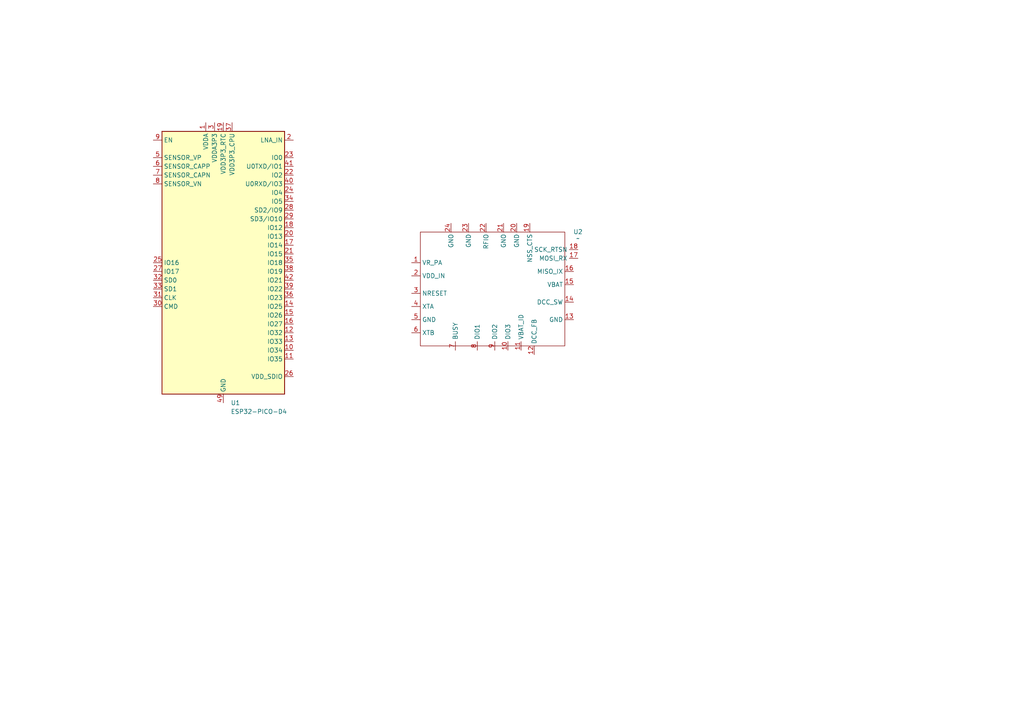
<source format=kicad_sch>
(kicad_sch
	(version 20250114)
	(generator "eeschema")
	(generator_version "9.0")
	(uuid "d3f90342-ec3d-44c2-bb8d-fd1ad00ad1db")
	(paper "A4")
	(lib_symbols
		(symbol "MCU_Espressif:ESP32-PICO-D4"
			(exclude_from_sim no)
			(in_bom yes)
			(on_board yes)
			(property "Reference" "U"
				(at -17.78 39.37 0)
				(effects
					(font
						(size 1.27 1.27)
					)
					(justify left)
				)
			)
			(property "Value" "ESP32-PICO-D4"
				(at 3.81 39.37 0)
				(effects
					(font
						(size 1.27 1.27)
					)
					(justify left)
				)
			)
			(property "Footprint" "Package_DFN_QFN:QFN-48-1EP_7x7mm_P0.5mm_EP5.3x5.3mm"
				(at 31.75 -39.37 0)
				(effects
					(font
						(size 1.27 1.27)
					)
					(hide yes)
				)
			)
			(property "Datasheet" "https://www.espressif.com/sites/default/files/documentation/esp32-pico-d4_datasheet_en.pdf"
				(at 0 0 0)
				(effects
					(font
						(size 1.27 1.27)
					)
					(hide yes)
				)
			)
			(property "Description" "RF Module, ESP32 SoC, Wi-Fi 802.11b/g/n, Bluetooth, BLE, 32-bit, 2.7-3.6V, external antenna, QFN-48"
				(at 0 0 0)
				(effects
					(font
						(size 1.27 1.27)
					)
					(hide yes)
				)
			)
			(property "ki_keywords" "RF Radio BT ESP ESP32 Espressif external antenna"
				(at 0 0 0)
				(effects
					(font
						(size 1.27 1.27)
					)
					(hide yes)
				)
			)
			(property "ki_fp_filters" "QFN*1EP*7x7mm*P0.5mm*"
				(at 0 0 0)
				(effects
					(font
						(size 1.27 1.27)
					)
					(hide yes)
				)
			)
			(symbol "ESP32-PICO-D4_0_0"
				(pin input line
					(at -20.32 35.56 0)
					(length 2.54)
					(name "EN"
						(effects
							(font
								(size 1.27 1.27)
							)
						)
					)
					(number "9"
						(effects
							(font
								(size 1.27 1.27)
							)
						)
					)
				)
				(pin input line
					(at -20.32 30.48 0)
					(length 2.54)
					(name "SENSOR_VP"
						(effects
							(font
								(size 1.27 1.27)
							)
						)
					)
					(number "5"
						(effects
							(font
								(size 1.27 1.27)
							)
						)
					)
				)
				(pin input line
					(at -20.32 27.94 0)
					(length 2.54)
					(name "SENSOR_CAPP"
						(effects
							(font
								(size 1.27 1.27)
							)
						)
					)
					(number "6"
						(effects
							(font
								(size 1.27 1.27)
							)
						)
					)
				)
				(pin input line
					(at -20.32 25.4 0)
					(length 2.54)
					(name "SENSOR_CAPN"
						(effects
							(font
								(size 1.27 1.27)
							)
						)
					)
					(number "7"
						(effects
							(font
								(size 1.27 1.27)
							)
						)
					)
				)
				(pin input line
					(at -20.32 22.86 0)
					(length 2.54)
					(name "SENSOR_VN"
						(effects
							(font
								(size 1.27 1.27)
							)
						)
					)
					(number "8"
						(effects
							(font
								(size 1.27 1.27)
							)
						)
					)
				)
				(pin bidirectional line
					(at -20.32 0 0)
					(length 2.54)
					(name "IO16"
						(effects
							(font
								(size 1.27 1.27)
							)
						)
					)
					(number "25"
						(effects
							(font
								(size 1.27 1.27)
							)
						)
					)
				)
				(pin bidirectional line
					(at -20.32 -2.54 0)
					(length 2.54)
					(name "IO17"
						(effects
							(font
								(size 1.27 1.27)
							)
						)
					)
					(number "27"
						(effects
							(font
								(size 1.27 1.27)
							)
						)
					)
				)
				(pin bidirectional line
					(at -20.32 -5.08 0)
					(length 2.54)
					(name "SD0"
						(effects
							(font
								(size 1.27 1.27)
							)
						)
					)
					(number "32"
						(effects
							(font
								(size 1.27 1.27)
							)
						)
					)
				)
				(pin bidirectional line
					(at -20.32 -7.62 0)
					(length 2.54)
					(name "SD1"
						(effects
							(font
								(size 1.27 1.27)
							)
						)
					)
					(number "33"
						(effects
							(font
								(size 1.27 1.27)
							)
						)
					)
				)
				(pin bidirectional line
					(at -20.32 -10.16 0)
					(length 2.54)
					(name "CLK"
						(effects
							(font
								(size 1.27 1.27)
							)
						)
					)
					(number "31"
						(effects
							(font
								(size 1.27 1.27)
							)
						)
					)
				)
				(pin bidirectional line
					(at -20.32 -12.7 0)
					(length 2.54)
					(name "CMD"
						(effects
							(font
								(size 1.27 1.27)
							)
						)
					)
					(number "30"
						(effects
							(font
								(size 1.27 1.27)
							)
						)
					)
				)
				(pin no_connect line
					(at -17.78 -25.4 0)
					(length 2.54)
					(hide yes)
					(name "XTAL_N_NC"
						(effects
							(font
								(size 1.27 1.27)
							)
						)
					)
					(number "44"
						(effects
							(font
								(size 1.27 1.27)
							)
						)
					)
				)
				(pin no_connect line
					(at -17.78 -27.94 0)
					(length 2.54)
					(hide yes)
					(name "XTAL_P_NC"
						(effects
							(font
								(size 1.27 1.27)
							)
						)
					)
					(number "45"
						(effects
							(font
								(size 1.27 1.27)
							)
						)
					)
				)
				(pin no_connect line
					(at -17.78 -30.48 0)
					(length 2.54)
					(hide yes)
					(name "CAP2_NC"
						(effects
							(font
								(size 1.27 1.27)
							)
						)
					)
					(number "47"
						(effects
							(font
								(size 1.27 1.27)
							)
						)
					)
				)
				(pin no_connect line
					(at -17.78 -33.02 0)
					(length 2.54)
					(hide yes)
					(name "CAP1_NC"
						(effects
							(font
								(size 1.27 1.27)
							)
						)
					)
					(number "48"
						(effects
							(font
								(size 1.27 1.27)
							)
						)
					)
				)
				(pin power_in line
					(at -5.08 40.64 270)
					(length 2.54)
					(name "VDDA"
						(effects
							(font
								(size 1.27 1.27)
							)
						)
					)
					(number "1"
						(effects
							(font
								(size 1.27 1.27)
							)
						)
					)
				)
				(pin passive line
					(at -5.08 40.64 270)
					(length 2.54)
					(hide yes)
					(name "VDDA"
						(effects
							(font
								(size 1.27 1.27)
							)
						)
					)
					(number "43"
						(effects
							(font
								(size 1.27 1.27)
							)
						)
					)
				)
				(pin passive line
					(at -5.08 40.64 270)
					(length 2.54)
					(hide yes)
					(name "VDDA"
						(effects
							(font
								(size 1.27 1.27)
							)
						)
					)
					(number "46"
						(effects
							(font
								(size 1.27 1.27)
							)
						)
					)
				)
				(pin power_in line
					(at -2.54 40.64 270)
					(length 2.54)
					(name "VDDA3P3"
						(effects
							(font
								(size 1.27 1.27)
							)
						)
					)
					(number "3"
						(effects
							(font
								(size 1.27 1.27)
							)
						)
					)
				)
				(pin passive line
					(at -2.54 40.64 270)
					(length 2.54)
					(hide yes)
					(name "VDDA3P3"
						(effects
							(font
								(size 1.27 1.27)
							)
						)
					)
					(number "4"
						(effects
							(font
								(size 1.27 1.27)
							)
						)
					)
				)
				(pin power_in line
					(at 0 40.64 270)
					(length 2.54)
					(name "VDD3P3_RTC"
						(effects
							(font
								(size 1.27 1.27)
							)
						)
					)
					(number "19"
						(effects
							(font
								(size 1.27 1.27)
							)
						)
					)
				)
				(pin power_in line
					(at 0 -40.64 90)
					(length 2.54)
					(name "GND"
						(effects
							(font
								(size 1.27 1.27)
							)
						)
					)
					(number "49"
						(effects
							(font
								(size 1.27 1.27)
							)
						)
					)
				)
				(pin power_in line
					(at 2.54 40.64 270)
					(length 2.54)
					(name "VDD3P3_CPU"
						(effects
							(font
								(size 1.27 1.27)
							)
						)
					)
					(number "37"
						(effects
							(font
								(size 1.27 1.27)
							)
						)
					)
				)
				(pin bidirectional line
					(at 20.32 35.56 180)
					(length 2.54)
					(name "LNA_IN"
						(effects
							(font
								(size 1.27 1.27)
							)
						)
					)
					(number "2"
						(effects
							(font
								(size 1.27 1.27)
							)
						)
					)
				)
				(pin bidirectional line
					(at 20.32 30.48 180)
					(length 2.54)
					(name "IO0"
						(effects
							(font
								(size 1.27 1.27)
							)
						)
					)
					(number "23"
						(effects
							(font
								(size 1.27 1.27)
							)
						)
					)
				)
				(pin bidirectional line
					(at 20.32 27.94 180)
					(length 2.54)
					(name "U0TXD/IO1"
						(effects
							(font
								(size 1.27 1.27)
							)
						)
					)
					(number "41"
						(effects
							(font
								(size 1.27 1.27)
							)
						)
					)
				)
				(pin bidirectional line
					(at 20.32 25.4 180)
					(length 2.54)
					(name "IO2"
						(effects
							(font
								(size 1.27 1.27)
							)
						)
					)
					(number "22"
						(effects
							(font
								(size 1.27 1.27)
							)
						)
					)
				)
				(pin bidirectional line
					(at 20.32 22.86 180)
					(length 2.54)
					(name "U0RXD/IO3"
						(effects
							(font
								(size 1.27 1.27)
							)
						)
					)
					(number "40"
						(effects
							(font
								(size 1.27 1.27)
							)
						)
					)
				)
				(pin bidirectional line
					(at 20.32 20.32 180)
					(length 2.54)
					(name "IO4"
						(effects
							(font
								(size 1.27 1.27)
							)
						)
					)
					(number "24"
						(effects
							(font
								(size 1.27 1.27)
							)
						)
					)
				)
				(pin bidirectional line
					(at 20.32 17.78 180)
					(length 2.54)
					(name "IO5"
						(effects
							(font
								(size 1.27 1.27)
							)
						)
					)
					(number "34"
						(effects
							(font
								(size 1.27 1.27)
							)
						)
					)
				)
				(pin bidirectional line
					(at 20.32 15.24 180)
					(length 2.54)
					(name "SD2/IO9"
						(effects
							(font
								(size 1.27 1.27)
							)
						)
					)
					(number "28"
						(effects
							(font
								(size 1.27 1.27)
							)
						)
					)
				)
				(pin bidirectional line
					(at 20.32 12.7 180)
					(length 2.54)
					(name "SD3/IO10"
						(effects
							(font
								(size 1.27 1.27)
							)
						)
					)
					(number "29"
						(effects
							(font
								(size 1.27 1.27)
							)
						)
					)
				)
				(pin bidirectional line
					(at 20.32 10.16 180)
					(length 2.54)
					(name "IO12"
						(effects
							(font
								(size 1.27 1.27)
							)
						)
					)
					(number "18"
						(effects
							(font
								(size 1.27 1.27)
							)
						)
					)
				)
				(pin bidirectional line
					(at 20.32 7.62 180)
					(length 2.54)
					(name "IO13"
						(effects
							(font
								(size 1.27 1.27)
							)
						)
					)
					(number "20"
						(effects
							(font
								(size 1.27 1.27)
							)
						)
					)
				)
				(pin bidirectional line
					(at 20.32 5.08 180)
					(length 2.54)
					(name "IO14"
						(effects
							(font
								(size 1.27 1.27)
							)
						)
					)
					(number "17"
						(effects
							(font
								(size 1.27 1.27)
							)
						)
					)
				)
				(pin bidirectional line
					(at 20.32 2.54 180)
					(length 2.54)
					(name "IO15"
						(effects
							(font
								(size 1.27 1.27)
							)
						)
					)
					(number "21"
						(effects
							(font
								(size 1.27 1.27)
							)
						)
					)
				)
				(pin bidirectional line
					(at 20.32 0 180)
					(length 2.54)
					(name "IO18"
						(effects
							(font
								(size 1.27 1.27)
							)
						)
					)
					(number "35"
						(effects
							(font
								(size 1.27 1.27)
							)
						)
					)
				)
				(pin bidirectional line
					(at 20.32 -2.54 180)
					(length 2.54)
					(name "IO19"
						(effects
							(font
								(size 1.27 1.27)
							)
						)
					)
					(number "38"
						(effects
							(font
								(size 1.27 1.27)
							)
						)
					)
				)
				(pin bidirectional line
					(at 20.32 -5.08 180)
					(length 2.54)
					(name "IO21"
						(effects
							(font
								(size 1.27 1.27)
							)
						)
					)
					(number "42"
						(effects
							(font
								(size 1.27 1.27)
							)
						)
					)
				)
				(pin bidirectional line
					(at 20.32 -7.62 180)
					(length 2.54)
					(name "IO22"
						(effects
							(font
								(size 1.27 1.27)
							)
						)
					)
					(number "39"
						(effects
							(font
								(size 1.27 1.27)
							)
						)
					)
				)
				(pin bidirectional line
					(at 20.32 -10.16 180)
					(length 2.54)
					(name "IO23"
						(effects
							(font
								(size 1.27 1.27)
							)
						)
					)
					(number "36"
						(effects
							(font
								(size 1.27 1.27)
							)
						)
					)
				)
				(pin bidirectional line
					(at 20.32 -12.7 180)
					(length 2.54)
					(name "IO25"
						(effects
							(font
								(size 1.27 1.27)
							)
						)
					)
					(number "14"
						(effects
							(font
								(size 1.27 1.27)
							)
						)
					)
				)
				(pin bidirectional line
					(at 20.32 -15.24 180)
					(length 2.54)
					(name "IO26"
						(effects
							(font
								(size 1.27 1.27)
							)
						)
					)
					(number "15"
						(effects
							(font
								(size 1.27 1.27)
							)
						)
					)
				)
				(pin bidirectional line
					(at 20.32 -17.78 180)
					(length 2.54)
					(name "IO27"
						(effects
							(font
								(size 1.27 1.27)
							)
						)
					)
					(number "16"
						(effects
							(font
								(size 1.27 1.27)
							)
						)
					)
				)
				(pin bidirectional line
					(at 20.32 -20.32 180)
					(length 2.54)
					(name "IO32"
						(effects
							(font
								(size 1.27 1.27)
							)
						)
					)
					(number "12"
						(effects
							(font
								(size 1.27 1.27)
							)
						)
					)
				)
				(pin bidirectional line
					(at 20.32 -22.86 180)
					(length 2.54)
					(name "IO33"
						(effects
							(font
								(size 1.27 1.27)
							)
						)
					)
					(number "13"
						(effects
							(font
								(size 1.27 1.27)
							)
						)
					)
				)
				(pin input line
					(at 20.32 -25.4 180)
					(length 2.54)
					(name "IO34"
						(effects
							(font
								(size 1.27 1.27)
							)
						)
					)
					(number "10"
						(effects
							(font
								(size 1.27 1.27)
							)
						)
					)
				)
				(pin input line
					(at 20.32 -27.94 180)
					(length 2.54)
					(name "IO35"
						(effects
							(font
								(size 1.27 1.27)
							)
						)
					)
					(number "11"
						(effects
							(font
								(size 1.27 1.27)
							)
						)
					)
				)
				(pin power_out line
					(at 20.32 -33.02 180)
					(length 2.54)
					(name "VDD_SDIO"
						(effects
							(font
								(size 1.27 1.27)
							)
						)
					)
					(number "26"
						(effects
							(font
								(size 1.27 1.27)
							)
						)
					)
				)
			)
			(symbol "ESP32-PICO-D4_0_1"
				(rectangle
					(start -17.78 38.1)
					(end 17.78 -38.1)
					(stroke
						(width 0.254)
						(type default)
					)
					(fill
						(type background)
					)
				)
			)
			(embedded_fonts no)
		)
		(symbol "New_Library:Uebung"
			(exclude_from_sim no)
			(in_bom yes)
			(on_board yes)
			(property "Reference" "U"
				(at 0 0 0)
				(effects
					(font
						(size 1.27 1.27)
					)
				)
			)
			(property "Value" ""
				(at 0 0 0)
				(effects
					(font
						(size 1.27 1.27)
					)
				)
			)
			(property "Footprint" ""
				(at 0 0 0)
				(effects
					(font
						(size 1.27 1.27)
					)
					(hide yes)
				)
			)
			(property "Datasheet" ""
				(at 0 0 0)
				(effects
					(font
						(size 1.27 1.27)
					)
					(hide yes)
				)
			)
			(property "Description" ""
				(at 0 0 0)
				(effects
					(font
						(size 1.27 1.27)
					)
					(hide yes)
				)
			)
			(symbol "Uebung_0_1"
				(rectangle
					(start 5.08 -40.64)
					(end 46.99 -73.66)
					(stroke
						(width 0)
						(type default)
					)
					(fill
						(type none)
					)
				)
			)
			(symbol "Uebung_1_1"
				(pin input line
					(at 2.54 -49.53 0)
					(length 2.54)
					(name "VR_PA"
						(effects
							(font
								(size 1.27 1.27)
							)
						)
					)
					(number "1"
						(effects
							(font
								(size 1.27 1.27)
							)
						)
					)
				)
				(pin input line
					(at 2.54 -53.34 0)
					(length 2.54)
					(name "VDD_IN"
						(effects
							(font
								(size 1.27 1.27)
							)
						)
					)
					(number "2"
						(effects
							(font
								(size 1.27 1.27)
							)
						)
					)
				)
				(pin input line
					(at 2.54 -58.42 0)
					(length 2.54)
					(name "NRESET"
						(effects
							(font
								(size 1.27 1.27)
							)
						)
					)
					(number "3"
						(effects
							(font
								(size 1.27 1.27)
							)
						)
					)
				)
				(pin input line
					(at 2.54 -62.23 0)
					(length 2.54)
					(name "XTA"
						(effects
							(font
								(size 1.27 1.27)
							)
						)
					)
					(number "4"
						(effects
							(font
								(size 1.27 1.27)
							)
						)
					)
				)
				(pin input line
					(at 2.54 -66.04 0)
					(length 2.54)
					(name "GND"
						(effects
							(font
								(size 1.27 1.27)
							)
						)
					)
					(number "5"
						(effects
							(font
								(size 1.27 1.27)
							)
						)
					)
				)
				(pin input line
					(at 2.54 -69.85 0)
					(length 2.54)
					(name "XTB"
						(effects
							(font
								(size 1.27 1.27)
							)
						)
					)
					(number "6"
						(effects
							(font
								(size 1.27 1.27)
							)
						)
					)
				)
				(pin output line
					(at 13.97 -38.1 270)
					(length 2.54)
					(name "GNO"
						(effects
							(font
								(size 1.27 1.27)
							)
						)
					)
					(number "24"
						(effects
							(font
								(size 1.27 1.27)
							)
						)
					)
				)
				(pin output line
					(at 15.24 -74.93 90)
					(length 2.54)
					(name "BUSY"
						(effects
							(font
								(size 1.27 1.27)
							)
						)
					)
					(number "7"
						(effects
							(font
								(size 1.27 1.27)
							)
						)
					)
				)
				(pin output line
					(at 19.05 -38.1 270)
					(length 2.54)
					(name "GND"
						(effects
							(font
								(size 1.27 1.27)
							)
						)
					)
					(number "23"
						(effects
							(font
								(size 1.27 1.27)
							)
						)
					)
				)
				(pin output line
					(at 21.59 -74.93 90)
					(length 2.54)
					(name "DIO1"
						(effects
							(font
								(size 1.27 1.27)
							)
						)
					)
					(number "8"
						(effects
							(font
								(size 1.27 1.27)
							)
						)
					)
				)
				(pin output line
					(at 24.13 -38.1 270)
					(length 2.54)
					(name "RFIO"
						(effects
							(font
								(size 1.27 1.27)
							)
						)
					)
					(number "22"
						(effects
							(font
								(size 1.27 1.27)
							)
						)
					)
				)
				(pin output line
					(at 26.67 -74.93 90)
					(length 2.54)
					(name "DIO2"
						(effects
							(font
								(size 1.27 1.27)
							)
						)
					)
					(number "9"
						(effects
							(font
								(size 1.27 1.27)
							)
						)
					)
				)
				(pin output line
					(at 29.21 -38.1 270)
					(length 2.54)
					(name "GNO"
						(effects
							(font
								(size 1.27 1.27)
							)
						)
					)
					(number "21"
						(effects
							(font
								(size 1.27 1.27)
							)
						)
					)
				)
				(pin output line
					(at 30.48 -74.93 90)
					(length 2.54)
					(name "DIO3"
						(effects
							(font
								(size 1.27 1.27)
							)
						)
					)
					(number "10"
						(effects
							(font
								(size 1.27 1.27)
							)
						)
					)
				)
				(pin output line
					(at 33.02 -38.1 270)
					(length 2.54)
					(name "GND"
						(effects
							(font
								(size 1.27 1.27)
							)
						)
					)
					(number "20"
						(effects
							(font
								(size 1.27 1.27)
							)
						)
					)
				)
				(pin output line
					(at 34.29 -74.93 90)
					(length 2.54)
					(name "VBAT_ID"
						(effects
							(font
								(size 1.27 1.27)
							)
						)
					)
					(number "11"
						(effects
							(font
								(size 1.27 1.27)
							)
						)
					)
				)
				(pin output line
					(at 36.83 -38.1 270)
					(length 2.54)
					(name "NSS_CTS"
						(effects
							(font
								(size 1.27 1.27)
							)
						)
					)
					(number "19"
						(effects
							(font
								(size 1.27 1.27)
							)
						)
					)
				)
				(pin output line
					(at 38.1 -76.2 90)
					(length 2.54)
					(name "DCC_FB"
						(effects
							(font
								(size 1.27 1.27)
							)
						)
					)
					(number "12"
						(effects
							(font
								(size 1.27 1.27)
							)
						)
					)
				)
				(pin input line
					(at 49.53 -52.07 180)
					(length 2.54)
					(name "MISO_IX"
						(effects
							(font
								(size 1.27 1.27)
							)
						)
					)
					(number "16"
						(effects
							(font
								(size 1.27 1.27)
							)
						)
					)
				)
				(pin input line
					(at 49.53 -55.88 180)
					(length 2.54)
					(name "VBAT"
						(effects
							(font
								(size 1.27 1.27)
							)
						)
					)
					(number "15"
						(effects
							(font
								(size 1.27 1.27)
							)
						)
					)
				)
				(pin input line
					(at 49.53 -60.96 180)
					(length 2.54)
					(name "DCC_SW"
						(effects
							(font
								(size 1.27 1.27)
							)
						)
					)
					(number "14"
						(effects
							(font
								(size 1.27 1.27)
							)
						)
					)
				)
				(pin input line
					(at 49.53 -66.04 180)
					(length 2.54)
					(name "GND"
						(effects
							(font
								(size 1.27 1.27)
							)
						)
					)
					(number "13"
						(effects
							(font
								(size 1.27 1.27)
							)
						)
					)
				)
				(pin input line
					(at 50.8 -45.72 180)
					(length 2.54)
					(name "SCK_RTSN"
						(effects
							(font
								(size 1.27 1.27)
							)
						)
					)
					(number "18"
						(effects
							(font
								(size 1.27 1.27)
							)
						)
					)
				)
				(pin input line
					(at 50.8 -48.26 180)
					(length 2.54)
					(name "MOSI_RX"
						(effects
							(font
								(size 1.27 1.27)
							)
						)
					)
					(number "17"
						(effects
							(font
								(size 1.27 1.27)
							)
						)
					)
				)
			)
			(embedded_fonts no)
		)
	)
	(symbol
		(lib_id "New_Library:Uebung")
		(at 116.84 26.67 0)
		(unit 1)
		(exclude_from_sim no)
		(in_bom yes)
		(on_board yes)
		(dnp no)
		(fields_autoplaced yes)
		(uuid "aa925883-4d70-4022-9dc8-9a2541fd2fd1")
		(property "Reference" "U2"
			(at 167.64 67.2398 0)
			(effects
				(font
					(size 1.27 1.27)
				)
			)
		)
		(property "Value" "~"
			(at 167.64 69.1449 0)
			(effects
				(font
					(size 1.27 1.27)
				)
			)
		)
		(property "Footprint" ""
			(at 116.84 26.67 0)
			(effects
				(font
					(size 1.27 1.27)
				)
				(hide yes)
			)
		)
		(property "Datasheet" ""
			(at 116.84 26.67 0)
			(effects
				(font
					(size 1.27 1.27)
				)
				(hide yes)
			)
		)
		(property "Description" ""
			(at 116.84 26.67 0)
			(effects
				(font
					(size 1.27 1.27)
				)
				(hide yes)
			)
		)
		(pin "20"
			(uuid "12f828d7-7294-4a56-8f89-6eafdacb852a")
		)
		(pin "11"
			(uuid "27c797ce-0221-41eb-bd90-f1c5f7354cc2")
		)
		(pin "6"
			(uuid "81a8464a-0d58-4e8b-aae8-bf3b0351f0fd")
		)
		(pin "23"
			(uuid "c6abcad0-9a62-47bc-9995-a72ccfc774c6")
		)
		(pin "24"
			(uuid "371e1bb3-d052-40e5-96be-a9f222200440")
		)
		(pin "8"
			(uuid "1e48aefc-634f-4357-bbaa-7ae2235f1fec")
		)
		(pin "22"
			(uuid "9f9fac6e-3a5c-4741-9407-ceac82a3415a")
		)
		(pin "3"
			(uuid "388399d5-55e8-454f-8d1d-4f8c637f82df")
		)
		(pin "21"
			(uuid "46731d34-c7e4-4a65-bd32-e94e1b375154")
		)
		(pin "4"
			(uuid "eaf4a6a7-e430-4b59-a2e1-6b193217e55e")
		)
		(pin "5"
			(uuid "8fae4ded-0bb9-4ce3-ba1e-34b6428cd398")
		)
		(pin "7"
			(uuid "52582576-0e91-41f2-ab6b-6fc28dd21cf5")
		)
		(pin "2"
			(uuid "d0eddcd5-b265-4f6b-a96a-412a352828dd")
		)
		(pin "1"
			(uuid "fe56af1b-027d-437c-8f34-019b86835518")
		)
		(pin "9"
			(uuid "4d13e122-b6e7-4a28-b6a2-2adca56265cc")
		)
		(pin "10"
			(uuid "7fb50d39-df06-4a06-92f4-17207b885b81")
		)
		(pin "15"
			(uuid "8eace3b6-6488-4873-bfcc-d7384bffc076")
		)
		(pin "17"
			(uuid "7521ab2a-984c-440a-a313-fd04d83de703")
		)
		(pin "16"
			(uuid "4de739d2-8640-4531-aa8f-d69a8180e938")
		)
		(pin "13"
			(uuid "d01a471f-592a-4672-bad2-87016b7a75e4")
		)
		(pin "18"
			(uuid "0f218780-b39a-4cef-86d5-5433ef44331b")
		)
		(pin "14"
			(uuid "f5370040-5591-4fd2-9e05-59533c08c7ed")
		)
		(pin "19"
			(uuid "0484f8b5-cc65-464a-a952-aa89ce913e21")
		)
		(pin "12"
			(uuid "77bcb63e-80ad-4176-a0df-0bdc84770291")
		)
		(instances
			(project ""
				(path "/d3f90342-ec3d-44c2-bb8d-fd1ad00ad1db"
					(reference "U2")
					(unit 1)
				)
			)
		)
	)
	(symbol
		(lib_id "MCU_Espressif:ESP32-PICO-D4")
		(at 64.77 76.2 0)
		(unit 1)
		(exclude_from_sim no)
		(in_bom yes)
		(on_board yes)
		(dnp no)
		(fields_autoplaced yes)
		(uuid "cb2e1c9a-8c41-4923-bcb4-1f380b13c87d")
		(property "Reference" "U1"
			(at 66.9133 116.84 0)
			(effects
				(font
					(size 1.27 1.27)
				)
				(justify left)
			)
		)
		(property "Value" "ESP32-PICO-D4"
			(at 66.9133 119.38 0)
			(effects
				(font
					(size 1.27 1.27)
				)
				(justify left)
			)
		)
		(property "Footprint" "Package_DFN_QFN:QFN-48-1EP_7x7mm_P0.5mm_EP5.3x5.3mm"
			(at 96.52 115.57 0)
			(effects
				(font
					(size 1.27 1.27)
				)
				(hide yes)
			)
		)
		(property "Datasheet" "https://www.espressif.com/sites/default/files/documentation/esp32-pico-d4_datasheet_en.pdf"
			(at 64.77 76.2 0)
			(effects
				(font
					(size 1.27 1.27)
				)
				(hide yes)
			)
		)
		(property "Description" "RF Module, ESP32 SoC, Wi-Fi 802.11b/g/n, Bluetooth, BLE, 32-bit, 2.7-3.6V, external antenna, QFN-48"
			(at 64.77 76.2 0)
			(effects
				(font
					(size 1.27 1.27)
				)
				(hide yes)
			)
		)
		(pin "46"
			(uuid "a6e0d04a-7489-4bde-afad-68af2c0ee06a")
		)
		(pin "4"
			(uuid "35c50780-12bc-4fdf-8728-c4e2b20022a9")
		)
		(pin "47"
			(uuid "6f1455f1-635b-481a-869f-3b7530e7753f")
		)
		(pin "7"
			(uuid "00b87237-1a04-4485-bd06-db85e7d0d04e")
		)
		(pin "1"
			(uuid "e541592e-26cf-4edb-a048-98bc480395b2")
		)
		(pin "9"
			(uuid "4c5d4aed-89f6-473e-865f-c57735b0b41c")
		)
		(pin "43"
			(uuid "cf18ff0a-f7aa-4cc4-ab17-d6d049f98fa0")
		)
		(pin "22"
			(uuid "b3fb4b7c-5487-4860-b0d9-0ac3b9d8c180")
		)
		(pin "34"
			(uuid "8a893951-03ff-4a9b-8b16-20234768493c")
		)
		(pin "33"
			(uuid "5a17dc76-98ad-4f2c-a873-c8534e9ec398")
		)
		(pin "6"
			(uuid "c7c439ad-0f6a-446a-a5e6-a3ba9409311a")
		)
		(pin "5"
			(uuid "7605de78-9be3-4a16-ab02-4ee61f4b35bf")
		)
		(pin "8"
			(uuid "3d3ea87e-a0c4-4dba-b31c-e20e5dcd23b9")
		)
		(pin "25"
			(uuid "49190ae7-15c8-4232-8e30-9ecacfc7a022")
		)
		(pin "30"
			(uuid "6b8e98bd-c517-4fb8-b58e-260e9590031c")
		)
		(pin "45"
			(uuid "54856ce8-ca0c-4929-821b-e15bc591b52c")
		)
		(pin "48"
			(uuid "af9cbc48-288e-4720-97b9-392cc53b60e9")
		)
		(pin "32"
			(uuid "abf9a0f5-9175-4810-8d96-75416f236f2f")
		)
		(pin "27"
			(uuid "6a5ae8d4-450f-4198-81fc-8963c591fda3")
		)
		(pin "31"
			(uuid "ea9d0a9d-e947-405a-a678-2bab4ef327d3")
		)
		(pin "44"
			(uuid "c4c8fe87-1ccd-4531-bbed-8b67f43b3df1")
		)
		(pin "3"
			(uuid "f8fdd5c8-3314-4732-a1b9-c423d5db00b7")
		)
		(pin "19"
			(uuid "54aa66ba-bbf9-4be3-a239-418c3d0a6d56")
		)
		(pin "49"
			(uuid "695d1592-894e-4722-a6d4-47ac9a073c6b")
		)
		(pin "37"
			(uuid "0317f6d1-a5bb-42e2-ade3-f57e32f9d4fa")
		)
		(pin "2"
			(uuid "36aff022-5ede-45e4-833a-574cefbfc2fd")
		)
		(pin "23"
			(uuid "30dc9aed-2065-48c7-a025-39a4012abbf4")
		)
		(pin "41"
			(uuid "203b6d90-670b-4c23-8ce9-dd92981259cf")
		)
		(pin "40"
			(uuid "8768475a-85ec-458b-9360-57252b521e7d")
		)
		(pin "24"
			(uuid "aed9d787-0a0e-40eb-a7c8-abec96e843c4")
		)
		(pin "28"
			(uuid "c7d08b31-c228-4f36-8b7d-eb0c4582dccd")
		)
		(pin "38"
			(uuid "13430608-471c-4f99-b8cb-a7f3c84e9681")
		)
		(pin "36"
			(uuid "a030f20e-11e0-4b39-b970-54f2293812c5")
		)
		(pin "20"
			(uuid "4baf771e-e3cb-4cd0-8ffa-93a5cd361797")
		)
		(pin "17"
			(uuid "b6f6f27d-e3dc-468a-b8df-a6b9bc565692")
		)
		(pin "21"
			(uuid "8b4ab208-593d-47e2-8190-80dabe21a96a")
		)
		(pin "18"
			(uuid "fccd4242-b352-4b35-8e88-056d3fdbe5c4")
		)
		(pin "29"
			(uuid "4e8a3ad7-1438-4280-a872-60f37023324b")
		)
		(pin "35"
			(uuid "e203a8ee-f3de-45f8-9d22-d7251069a40c")
		)
		(pin "42"
			(uuid "95dfc41e-3a14-4b15-a1a9-5d32c887ed57")
		)
		(pin "39"
			(uuid "1898b0c1-7b88-489f-8b46-37ac965b8aac")
		)
		(pin "13"
			(uuid "2319e450-58b6-4e79-b3da-8f8478c5055b")
		)
		(pin "12"
			(uuid "eaa3c557-f1a6-44f5-a659-b78b6ba65d11")
		)
		(pin "10"
			(uuid "f57646cf-1e27-4d68-9895-a281364a16aa")
		)
		(pin "15"
			(uuid "235764f3-d15d-4016-b97a-0ede4e3c69d0")
		)
		(pin "16"
			(uuid "f3944cd2-caa7-41f0-ac6f-e7545e481c24")
		)
		(pin "11"
			(uuid "329ded3a-a409-4da2-8f4c-c1a8f23be8b3")
		)
		(pin "26"
			(uuid "53d9fb94-8fc1-46cd-80e3-6f812f0cb8e7")
		)
		(pin "14"
			(uuid "ec4a859a-caff-40be-ab01-bb36354b097d")
		)
		(instances
			(project ""
				(path "/d3f90342-ec3d-44c2-bb8d-fd1ad00ad1db"
					(reference "U1")
					(unit 1)
				)
			)
		)
	)
	(sheet_instances
		(path "/"
			(page "1")
		)
	)
	(embedded_fonts no)
)

</source>
